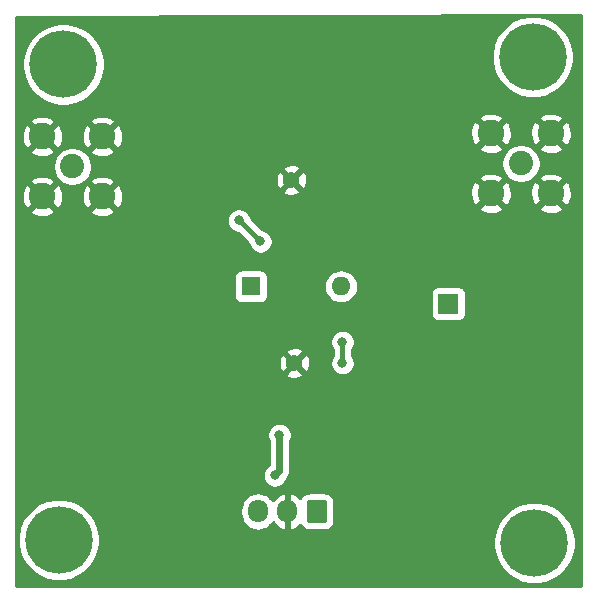
<source format=gbr>
G04 #@! TF.GenerationSoftware,KiCad,Pcbnew,(5.1.2)-2*
G04 #@! TF.CreationDate,2019-07-11T10:47:11+08:00*
G04 #@! TF.ProjectId,HMC346AMS8GE,484d4333-3436-4414-9d53-3847452e6b69,rev?*
G04 #@! TF.SameCoordinates,Original*
G04 #@! TF.FileFunction,Copper,L2,Bot*
G04 #@! TF.FilePolarity,Positive*
%FSLAX46Y46*%
G04 Gerber Fmt 4.6, Leading zero omitted, Abs format (unit mm)*
G04 Created by KiCad (PCBNEW (5.1.2)-2) date 2019-07-11 10:47:11*
%MOMM*%
%LPD*%
G04 APERTURE LIST*
%ADD10C,1.400000*%
%ADD11C,5.700000*%
%ADD12C,2.250000*%
%ADD13C,2.050000*%
%ADD14R,1.600000X1.600000*%
%ADD15O,1.600000X1.600000*%
%ADD16R,1.700000X1.700000*%
%ADD17C,0.100000*%
%ADD18C,1.700000*%
%ADD19O,1.700000X1.950000*%
%ADD20C,0.400000*%
%ADD21C,0.800000*%
%ADD22C,0.400000*%
%ADD23C,0.558800*%
%ADD24C,0.254000*%
G04 APERTURE END LIST*
D10*
X143256000Y-88265000D03*
X143510000Y-103759000D03*
D11*
X123571000Y-118745000D03*
X163830000Y-118999000D03*
X163703000Y-77851000D03*
X123952000Y-78486000D03*
D12*
X122174000Y-89662000D03*
X122174000Y-84582000D03*
X127254000Y-84582000D03*
X127254000Y-89662000D03*
D13*
X124714000Y-87122000D03*
D14*
X139827000Y-97282000D03*
D15*
X147447000Y-97282000D03*
D13*
X162687000Y-86868000D03*
D12*
X165227000Y-89408000D03*
X165227000Y-84328000D03*
X160147000Y-84328000D03*
X160147000Y-89408000D03*
D16*
X156527500Y-98742500D03*
D17*
G36*
X146039504Y-115358204D02*
G01*
X146063773Y-115361804D01*
X146087571Y-115367765D01*
X146110671Y-115376030D01*
X146132849Y-115386520D01*
X146153893Y-115399133D01*
X146173598Y-115413747D01*
X146191777Y-115430223D01*
X146208253Y-115448402D01*
X146222867Y-115468107D01*
X146235480Y-115489151D01*
X146245970Y-115511329D01*
X146254235Y-115534429D01*
X146260196Y-115558227D01*
X146263796Y-115582496D01*
X146265000Y-115607000D01*
X146265000Y-117057000D01*
X146263796Y-117081504D01*
X146260196Y-117105773D01*
X146254235Y-117129571D01*
X146245970Y-117152671D01*
X146235480Y-117174849D01*
X146222867Y-117195893D01*
X146208253Y-117215598D01*
X146191777Y-117233777D01*
X146173598Y-117250253D01*
X146153893Y-117264867D01*
X146132849Y-117277480D01*
X146110671Y-117287970D01*
X146087571Y-117296235D01*
X146063773Y-117302196D01*
X146039504Y-117305796D01*
X146015000Y-117307000D01*
X144815000Y-117307000D01*
X144790496Y-117305796D01*
X144766227Y-117302196D01*
X144742429Y-117296235D01*
X144719329Y-117287970D01*
X144697151Y-117277480D01*
X144676107Y-117264867D01*
X144656402Y-117250253D01*
X144638223Y-117233777D01*
X144621747Y-117215598D01*
X144607133Y-117195893D01*
X144594520Y-117174849D01*
X144584030Y-117152671D01*
X144575765Y-117129571D01*
X144569804Y-117105773D01*
X144566204Y-117081504D01*
X144565000Y-117057000D01*
X144565000Y-115607000D01*
X144566204Y-115582496D01*
X144569804Y-115558227D01*
X144575765Y-115534429D01*
X144584030Y-115511329D01*
X144594520Y-115489151D01*
X144607133Y-115468107D01*
X144621747Y-115448402D01*
X144638223Y-115430223D01*
X144656402Y-115413747D01*
X144676107Y-115399133D01*
X144697151Y-115386520D01*
X144719329Y-115376030D01*
X144742429Y-115367765D01*
X144766227Y-115361804D01*
X144790496Y-115358204D01*
X144815000Y-115357000D01*
X146015000Y-115357000D01*
X146039504Y-115358204D01*
X146039504Y-115358204D01*
G37*
D18*
X145415000Y-116332000D03*
D19*
X142915000Y-116332000D03*
X140415000Y-116332000D03*
D20*
X121920000Y-91694000D03*
X122936000Y-91694000D03*
X124079000Y-91694000D03*
X124968000Y-91694000D03*
X125984000Y-91821000D03*
X127254000Y-91821000D03*
X121285000Y-82423000D03*
X122301000Y-82423000D03*
X123190000Y-82423000D03*
X124206000Y-82423000D03*
X125730000Y-82423000D03*
X126619000Y-82423000D03*
X127635000Y-82423000D03*
X129286000Y-83058000D03*
X129667000Y-84074000D03*
X129794000Y-84963000D03*
X129794000Y-85725000D03*
X129794000Y-88519000D03*
X129667000Y-89662000D03*
X129794000Y-90678000D03*
X128905000Y-91567000D03*
X130683000Y-88519000D03*
X131826000Y-88519000D03*
X132842000Y-88519000D03*
X130429000Y-85725000D03*
X131445000Y-85725000D03*
X132461000Y-85725000D03*
X133858000Y-85725000D03*
X134874000Y-85725000D03*
X136271000Y-85725000D03*
X137287000Y-85725000D03*
X138176000Y-85725000D03*
X139319000Y-85725000D03*
X140716000Y-85725000D03*
X141859000Y-85725000D03*
X142875000Y-85852000D03*
X143891000Y-85725000D03*
X144907000Y-85725000D03*
X146177000Y-85598000D03*
X147320000Y-85471000D03*
X148336000Y-85471000D03*
X150622000Y-85598000D03*
X149352000Y-85598000D03*
X151638000Y-85598000D03*
X153035000Y-85598000D03*
X154305000Y-85598000D03*
X155067000Y-85598000D03*
X155702000Y-85598000D03*
X156845000Y-85598000D03*
X157861000Y-85471000D03*
X157734000Y-84709000D03*
X157861000Y-83947000D03*
X158115000Y-83058000D03*
X159385000Y-82296000D03*
X160528000Y-82296000D03*
X161544000Y-82296000D03*
X162560000Y-82296000D03*
X163957000Y-82169000D03*
X165100000Y-82296000D03*
X157988000Y-88138000D03*
X157734000Y-89408000D03*
X158115000Y-90297000D03*
X158877000Y-91313000D03*
X160020000Y-91567000D03*
X161163000Y-91440000D03*
X162052000Y-91567000D03*
X162941000Y-91567000D03*
X164338000Y-91567000D03*
X165735000Y-91567000D03*
X150114000Y-88392000D03*
X150876000Y-88519000D03*
X151765000Y-88519000D03*
X152781000Y-88646000D03*
X153670000Y-88646000D03*
X154686000Y-88646000D03*
X155829000Y-88646000D03*
X156464000Y-88392000D03*
X157226000Y-88392000D03*
X133858000Y-88519000D03*
X135001000Y-88519000D03*
X136017000Y-88519000D03*
X137160000Y-88392000D03*
X138176000Y-88265000D03*
X139136000Y-87813000D03*
X137668000Y-89154000D03*
X137287000Y-90551000D03*
X137287000Y-91821000D03*
X137414000Y-93472000D03*
X137414000Y-95377000D03*
X137668000Y-97409000D03*
X141859000Y-90551000D03*
X143002000Y-90424000D03*
X144526000Y-90424000D03*
X145542000Y-90551000D03*
X146431000Y-90424000D03*
X147320000Y-90678000D03*
X148209000Y-91186000D03*
X149225000Y-91821000D03*
X149733000Y-92583000D03*
X150495000Y-93472000D03*
X151130000Y-94234000D03*
X152273000Y-95377000D03*
X152908000Y-96139000D03*
X153797000Y-97028000D03*
X154940000Y-97536000D03*
X150622000Y-90043000D03*
X151384000Y-90805000D03*
X152400000Y-91694000D03*
X153416000Y-92456000D03*
X154432000Y-93599000D03*
X155067000Y-94488000D03*
X156083000Y-95377000D03*
X157099000Y-96266000D03*
X134112000Y-100076000D03*
X132207000Y-101346000D03*
X130683000Y-102616000D03*
X129921000Y-104394000D03*
X129540000Y-106045000D03*
X129159000Y-108204000D03*
X130175000Y-109220000D03*
X131953000Y-108839000D03*
X133477000Y-108839000D03*
X134112000Y-110109000D03*
X135001000Y-110871000D03*
X135763000Y-112014000D03*
X135890000Y-114427000D03*
X136398000Y-116078000D03*
X139065000Y-106807000D03*
X139192000Y-109347000D03*
X139192000Y-111760000D03*
X139065000Y-114173000D03*
X140589000Y-106934000D03*
X140589000Y-108839000D03*
X140589000Y-111125000D03*
X140335000Y-113284000D03*
X143764000Y-107696000D03*
X145161000Y-107823000D03*
X145923000Y-107823000D03*
X143510000Y-109601000D03*
X144653000Y-109474000D03*
X146431000Y-109347000D03*
X143675750Y-111290750D03*
X145034000Y-111125000D03*
X146939000Y-111125000D03*
X144907000Y-112903000D03*
X143764000Y-112776000D03*
X146431000Y-112522000D03*
X150241000Y-102616000D03*
X151257000Y-104140000D03*
X152146000Y-105918000D03*
X151892000Y-107950000D03*
X151892000Y-110490000D03*
X151384000Y-112522000D03*
X150495000Y-114046000D03*
X148463000Y-115697000D03*
X147193000Y-116586000D03*
X145923000Y-93472000D03*
X147955000Y-94869000D03*
X148717000Y-95631000D03*
X149225000Y-96901000D03*
X149733000Y-99822000D03*
X149352000Y-98806000D03*
X149479000Y-100838000D03*
X141605000Y-95250000D03*
X142621000Y-95250000D03*
X143637000Y-95250000D03*
X141605000Y-96774000D03*
X142621000Y-96774000D03*
X143764000Y-96774000D03*
X141605000Y-98171000D03*
X142748000Y-98044000D03*
X143764000Y-98171000D03*
X141478000Y-99441000D03*
X142875000Y-99314000D03*
X143764000Y-99441000D03*
X144907000Y-96774000D03*
X145034000Y-98044000D03*
X144907000Y-99314000D03*
X146177000Y-99441000D03*
D21*
X138811000Y-91694000D03*
X140627000Y-93472000D03*
X142240000Y-109855000D03*
X141859000Y-113284000D03*
X147574000Y-101981000D03*
X147574000Y-103783000D03*
D22*
X138811000Y-91694000D02*
X138849000Y-91694000D01*
X138849000Y-91694000D02*
X140627000Y-93472000D01*
D23*
X142240000Y-109855000D02*
X142240000Y-112903000D01*
X142240000Y-112903000D02*
X141859000Y-113284000D01*
D22*
X147574000Y-101981000D02*
X147574000Y-103783000D01*
D24*
G36*
X167742000Y-122657000D02*
G01*
X119913000Y-122657000D01*
X119913000Y-118401758D01*
X120086000Y-118401758D01*
X120086000Y-119088242D01*
X120219927Y-119761537D01*
X120482633Y-120395766D01*
X120864024Y-120966558D01*
X121349442Y-121451976D01*
X121920234Y-121833367D01*
X122554463Y-122096073D01*
X123227758Y-122230000D01*
X123914242Y-122230000D01*
X124587537Y-122096073D01*
X125221766Y-121833367D01*
X125792558Y-121451976D01*
X126277976Y-120966558D01*
X126659367Y-120395766D01*
X126922073Y-119761537D01*
X127056000Y-119088242D01*
X127056000Y-118655758D01*
X160345000Y-118655758D01*
X160345000Y-119342242D01*
X160478927Y-120015537D01*
X160741633Y-120649766D01*
X161123024Y-121220558D01*
X161608442Y-121705976D01*
X162179234Y-122087367D01*
X162813463Y-122350073D01*
X163486758Y-122484000D01*
X164173242Y-122484000D01*
X164846537Y-122350073D01*
X165480766Y-122087367D01*
X166051558Y-121705976D01*
X166536976Y-121220558D01*
X166918367Y-120649766D01*
X167181073Y-120015537D01*
X167315000Y-119342242D01*
X167315000Y-118655758D01*
X167181073Y-117982463D01*
X166918367Y-117348234D01*
X166536976Y-116777442D01*
X166051558Y-116292024D01*
X165480766Y-115910633D01*
X164846537Y-115647927D01*
X164173242Y-115514000D01*
X163486758Y-115514000D01*
X162813463Y-115647927D01*
X162179234Y-115910633D01*
X161608442Y-116292024D01*
X161123024Y-116777442D01*
X160741633Y-117348234D01*
X160478927Y-117982463D01*
X160345000Y-118655758D01*
X127056000Y-118655758D01*
X127056000Y-118401758D01*
X126922073Y-117728463D01*
X126659367Y-117094234D01*
X126277976Y-116523442D01*
X125888584Y-116134050D01*
X138930000Y-116134050D01*
X138930000Y-116529949D01*
X138951487Y-116748110D01*
X139036401Y-117028033D01*
X139174294Y-117286013D01*
X139359866Y-117512134D01*
X139585986Y-117697706D01*
X139843966Y-117835599D01*
X140123889Y-117920513D01*
X140415000Y-117949185D01*
X140706110Y-117920513D01*
X140986033Y-117835599D01*
X141244013Y-117697706D01*
X141470134Y-117512134D01*
X141655706Y-117286014D01*
X141669462Y-117260278D01*
X141825951Y-117466429D01*
X142043807Y-117659496D01*
X142295142Y-117806352D01*
X142558110Y-117898476D01*
X142788000Y-117777155D01*
X142788000Y-116459000D01*
X142768000Y-116459000D01*
X142768000Y-116205000D01*
X142788000Y-116205000D01*
X142788000Y-114886845D01*
X143042000Y-114886845D01*
X143042000Y-116205000D01*
X143062000Y-116205000D01*
X143062000Y-116459000D01*
X143042000Y-116459000D01*
X143042000Y-117777155D01*
X143271890Y-117898476D01*
X143534858Y-117806352D01*
X143786193Y-117659496D01*
X144004049Y-117466429D01*
X144020286Y-117445039D01*
X144076595Y-117550386D01*
X144187038Y-117684962D01*
X144321614Y-117795405D01*
X144475150Y-117877472D01*
X144641746Y-117928008D01*
X144815000Y-117945072D01*
X146015000Y-117945072D01*
X146188254Y-117928008D01*
X146354850Y-117877472D01*
X146508386Y-117795405D01*
X146642962Y-117684962D01*
X146753405Y-117550386D01*
X146835472Y-117396850D01*
X146886008Y-117230254D01*
X146903072Y-117057000D01*
X146903072Y-115607000D01*
X146886008Y-115433746D01*
X146835472Y-115267150D01*
X146753405Y-115113614D01*
X146642962Y-114979038D01*
X146508386Y-114868595D01*
X146354850Y-114786528D01*
X146188254Y-114735992D01*
X146015000Y-114718928D01*
X144815000Y-114718928D01*
X144641746Y-114735992D01*
X144475150Y-114786528D01*
X144321614Y-114868595D01*
X144187038Y-114979038D01*
X144076595Y-115113614D01*
X144020286Y-115218961D01*
X144004049Y-115197571D01*
X143786193Y-115004504D01*
X143534858Y-114857648D01*
X143271890Y-114765524D01*
X143042000Y-114886845D01*
X142788000Y-114886845D01*
X142558110Y-114765524D01*
X142295142Y-114857648D01*
X142043807Y-115004504D01*
X141825951Y-115197571D01*
X141669462Y-115403722D01*
X141655706Y-115377986D01*
X141470134Y-115151866D01*
X141244014Y-114966294D01*
X140986034Y-114828401D01*
X140706111Y-114743487D01*
X140415000Y-114714815D01*
X140123890Y-114743487D01*
X139843967Y-114828401D01*
X139585987Y-114966294D01*
X139359866Y-115151866D01*
X139174294Y-115377986D01*
X139036401Y-115635966D01*
X138951487Y-115915889D01*
X138930000Y-116134050D01*
X125888584Y-116134050D01*
X125792558Y-116038024D01*
X125221766Y-115656633D01*
X124587537Y-115393927D01*
X123914242Y-115260000D01*
X123227758Y-115260000D01*
X122554463Y-115393927D01*
X121920234Y-115656633D01*
X121349442Y-116038024D01*
X120864024Y-116523442D01*
X120482633Y-117094234D01*
X120219927Y-117728463D01*
X120086000Y-118401758D01*
X119913000Y-118401758D01*
X119913000Y-113182061D01*
X140824000Y-113182061D01*
X140824000Y-113385939D01*
X140863774Y-113585898D01*
X140941795Y-113774256D01*
X141055063Y-113943774D01*
X141199226Y-114087937D01*
X141368744Y-114201205D01*
X141557102Y-114279226D01*
X141757061Y-114319000D01*
X141960939Y-114319000D01*
X142160898Y-114279226D01*
X142349256Y-114201205D01*
X142518774Y-114087937D01*
X142662937Y-113943774D01*
X142776205Y-113774256D01*
X142854226Y-113585898D01*
X142855194Y-113581031D01*
X142889707Y-113552707D01*
X143003974Y-113413471D01*
X143088883Y-113254619D01*
X143141169Y-113082254D01*
X143154400Y-112947918D01*
X143154400Y-112947916D01*
X143158824Y-112903001D01*
X143154400Y-112858086D01*
X143154400Y-110349454D01*
X143157205Y-110345256D01*
X143235226Y-110156898D01*
X143275000Y-109956939D01*
X143275000Y-109753061D01*
X143235226Y-109553102D01*
X143157205Y-109364744D01*
X143043937Y-109195226D01*
X142899774Y-109051063D01*
X142730256Y-108937795D01*
X142541898Y-108859774D01*
X142341939Y-108820000D01*
X142138061Y-108820000D01*
X141938102Y-108859774D01*
X141749744Y-108937795D01*
X141580226Y-109051063D01*
X141436063Y-109195226D01*
X141322795Y-109364744D01*
X141244774Y-109553102D01*
X141205000Y-109753061D01*
X141205000Y-109956939D01*
X141244774Y-110156898D01*
X141322795Y-110345256D01*
X141325600Y-110349454D01*
X141325601Y-112395622D01*
X141199226Y-112480063D01*
X141055063Y-112624226D01*
X140941795Y-112793744D01*
X140863774Y-112982102D01*
X140824000Y-113182061D01*
X119913000Y-113182061D01*
X119913000Y-104680269D01*
X142768336Y-104680269D01*
X142827797Y-104914037D01*
X143066242Y-105024934D01*
X143321740Y-105087183D01*
X143584473Y-105098390D01*
X143844344Y-105058125D01*
X144091366Y-104967935D01*
X144192203Y-104914037D01*
X144251664Y-104680269D01*
X143510000Y-103938605D01*
X142768336Y-104680269D01*
X119913000Y-104680269D01*
X119913000Y-103833473D01*
X142170610Y-103833473D01*
X142210875Y-104093344D01*
X142301065Y-104340366D01*
X142354963Y-104441203D01*
X142588731Y-104500664D01*
X143330395Y-103759000D01*
X143689605Y-103759000D01*
X144431269Y-104500664D01*
X144665037Y-104441203D01*
X144775934Y-104202758D01*
X144838183Y-103947260D01*
X144849390Y-103684527D01*
X144809125Y-103424656D01*
X144718935Y-103177634D01*
X144665037Y-103076797D01*
X144431269Y-103017336D01*
X143689605Y-103759000D01*
X143330395Y-103759000D01*
X142588731Y-103017336D01*
X142354963Y-103076797D01*
X142244066Y-103315242D01*
X142181817Y-103570740D01*
X142170610Y-103833473D01*
X119913000Y-103833473D01*
X119913000Y-102837731D01*
X142768336Y-102837731D01*
X143510000Y-103579395D01*
X144251664Y-102837731D01*
X144192203Y-102603963D01*
X143953758Y-102493066D01*
X143698260Y-102430817D01*
X143435527Y-102419610D01*
X143175656Y-102459875D01*
X142928634Y-102550065D01*
X142827797Y-102603963D01*
X142768336Y-102837731D01*
X119913000Y-102837731D01*
X119913000Y-101879061D01*
X146539000Y-101879061D01*
X146539000Y-102082939D01*
X146578774Y-102282898D01*
X146656795Y-102471256D01*
X146739000Y-102594285D01*
X146739001Y-103169714D01*
X146656795Y-103292744D01*
X146578774Y-103481102D01*
X146539000Y-103681061D01*
X146539000Y-103884939D01*
X146578774Y-104084898D01*
X146656795Y-104273256D01*
X146770063Y-104442774D01*
X146914226Y-104586937D01*
X147083744Y-104700205D01*
X147272102Y-104778226D01*
X147472061Y-104818000D01*
X147675939Y-104818000D01*
X147875898Y-104778226D01*
X148064256Y-104700205D01*
X148233774Y-104586937D01*
X148377937Y-104442774D01*
X148491205Y-104273256D01*
X148569226Y-104084898D01*
X148609000Y-103884939D01*
X148609000Y-103681061D01*
X148569226Y-103481102D01*
X148491205Y-103292744D01*
X148409000Y-103169715D01*
X148409000Y-102594285D01*
X148491205Y-102471256D01*
X148569226Y-102282898D01*
X148609000Y-102082939D01*
X148609000Y-101879061D01*
X148569226Y-101679102D01*
X148491205Y-101490744D01*
X148377937Y-101321226D01*
X148233774Y-101177063D01*
X148064256Y-101063795D01*
X147875898Y-100985774D01*
X147675939Y-100946000D01*
X147472061Y-100946000D01*
X147272102Y-100985774D01*
X147083744Y-101063795D01*
X146914226Y-101177063D01*
X146770063Y-101321226D01*
X146656795Y-101490744D01*
X146578774Y-101679102D01*
X146539000Y-101879061D01*
X119913000Y-101879061D01*
X119913000Y-96482000D01*
X138388928Y-96482000D01*
X138388928Y-98082000D01*
X138401188Y-98206482D01*
X138437498Y-98326180D01*
X138496463Y-98436494D01*
X138575815Y-98533185D01*
X138672506Y-98612537D01*
X138782820Y-98671502D01*
X138902518Y-98707812D01*
X139027000Y-98720072D01*
X140627000Y-98720072D01*
X140751482Y-98707812D01*
X140871180Y-98671502D01*
X140981494Y-98612537D01*
X141078185Y-98533185D01*
X141157537Y-98436494D01*
X141216502Y-98326180D01*
X141252812Y-98206482D01*
X141265072Y-98082000D01*
X141265072Y-97282000D01*
X146005057Y-97282000D01*
X146032764Y-97563309D01*
X146114818Y-97833808D01*
X146248068Y-98083101D01*
X146427392Y-98301608D01*
X146645899Y-98480932D01*
X146895192Y-98614182D01*
X147165691Y-98696236D01*
X147376508Y-98717000D01*
X147517492Y-98717000D01*
X147728309Y-98696236D01*
X147998808Y-98614182D01*
X148248101Y-98480932D01*
X148466608Y-98301608D01*
X148645932Y-98083101D01*
X148747810Y-97892500D01*
X155039428Y-97892500D01*
X155039428Y-99592500D01*
X155051688Y-99716982D01*
X155087998Y-99836680D01*
X155146963Y-99946994D01*
X155226315Y-100043685D01*
X155323006Y-100123037D01*
X155433320Y-100182002D01*
X155553018Y-100218312D01*
X155677500Y-100230572D01*
X157377500Y-100230572D01*
X157501982Y-100218312D01*
X157621680Y-100182002D01*
X157731994Y-100123037D01*
X157828685Y-100043685D01*
X157908037Y-99946994D01*
X157967002Y-99836680D01*
X158003312Y-99716982D01*
X158015572Y-99592500D01*
X158015572Y-97892500D01*
X158003312Y-97768018D01*
X157967002Y-97648320D01*
X157908037Y-97538006D01*
X157828685Y-97441315D01*
X157731994Y-97361963D01*
X157621680Y-97302998D01*
X157501982Y-97266688D01*
X157377500Y-97254428D01*
X155677500Y-97254428D01*
X155553018Y-97266688D01*
X155433320Y-97302998D01*
X155323006Y-97361963D01*
X155226315Y-97441315D01*
X155146963Y-97538006D01*
X155087998Y-97648320D01*
X155051688Y-97768018D01*
X155039428Y-97892500D01*
X148747810Y-97892500D01*
X148779182Y-97833808D01*
X148861236Y-97563309D01*
X148888943Y-97282000D01*
X148861236Y-97000691D01*
X148779182Y-96730192D01*
X148645932Y-96480899D01*
X148466608Y-96262392D01*
X148248101Y-96083068D01*
X147998808Y-95949818D01*
X147728309Y-95867764D01*
X147517492Y-95847000D01*
X147376508Y-95847000D01*
X147165691Y-95867764D01*
X146895192Y-95949818D01*
X146645899Y-96083068D01*
X146427392Y-96262392D01*
X146248068Y-96480899D01*
X146114818Y-96730192D01*
X146032764Y-97000691D01*
X146005057Y-97282000D01*
X141265072Y-97282000D01*
X141265072Y-96482000D01*
X141252812Y-96357518D01*
X141216502Y-96237820D01*
X141157537Y-96127506D01*
X141078185Y-96030815D01*
X140981494Y-95951463D01*
X140871180Y-95892498D01*
X140751482Y-95856188D01*
X140627000Y-95843928D01*
X139027000Y-95843928D01*
X138902518Y-95856188D01*
X138782820Y-95892498D01*
X138672506Y-95951463D01*
X138575815Y-96030815D01*
X138496463Y-96127506D01*
X138437498Y-96237820D01*
X138401188Y-96357518D01*
X138388928Y-96482000D01*
X119913000Y-96482000D01*
X119913000Y-91592061D01*
X137776000Y-91592061D01*
X137776000Y-91795939D01*
X137815774Y-91995898D01*
X137893795Y-92184256D01*
X138007063Y-92353774D01*
X138151226Y-92497937D01*
X138320744Y-92611205D01*
X138509102Y-92689226D01*
X138701660Y-92727528D01*
X139602908Y-93628776D01*
X139631774Y-93773898D01*
X139709795Y-93962256D01*
X139823063Y-94131774D01*
X139967226Y-94275937D01*
X140136744Y-94389205D01*
X140325102Y-94467226D01*
X140525061Y-94507000D01*
X140728939Y-94507000D01*
X140928898Y-94467226D01*
X141117256Y-94389205D01*
X141286774Y-94275937D01*
X141430937Y-94131774D01*
X141544205Y-93962256D01*
X141622226Y-93773898D01*
X141662000Y-93573939D01*
X141662000Y-93370061D01*
X141622226Y-93170102D01*
X141544205Y-92981744D01*
X141430937Y-92812226D01*
X141286774Y-92668063D01*
X141117256Y-92554795D01*
X140928898Y-92476774D01*
X140783776Y-92447908D01*
X139825657Y-91489790D01*
X139806226Y-91392102D01*
X139728205Y-91203744D01*
X139614937Y-91034226D01*
X139470774Y-90890063D01*
X139301256Y-90776795D01*
X139112898Y-90698774D01*
X138912939Y-90659000D01*
X138709061Y-90659000D01*
X138509102Y-90698774D01*
X138320744Y-90776795D01*
X138151226Y-90890063D01*
X138007063Y-91034226D01*
X137893795Y-91203744D01*
X137815774Y-91392102D01*
X137776000Y-91592061D01*
X119913000Y-91592061D01*
X119913000Y-90886531D01*
X121129074Y-90886531D01*
X121239921Y-91163714D01*
X121550840Y-91317089D01*
X121885705Y-91406860D01*
X122231650Y-91429576D01*
X122575380Y-91384366D01*
X122903685Y-91272966D01*
X123108079Y-91163714D01*
X123218926Y-90886531D01*
X126209074Y-90886531D01*
X126319921Y-91163714D01*
X126630840Y-91317089D01*
X126965705Y-91406860D01*
X127311650Y-91429576D01*
X127655380Y-91384366D01*
X127983685Y-91272966D01*
X128188079Y-91163714D01*
X128298926Y-90886531D01*
X127254000Y-89841605D01*
X126209074Y-90886531D01*
X123218926Y-90886531D01*
X122174000Y-89841605D01*
X121129074Y-90886531D01*
X119913000Y-90886531D01*
X119913000Y-89719650D01*
X120406424Y-89719650D01*
X120451634Y-90063380D01*
X120563034Y-90391685D01*
X120672286Y-90596079D01*
X120949469Y-90706926D01*
X121994395Y-89662000D01*
X122353605Y-89662000D01*
X123398531Y-90706926D01*
X123675714Y-90596079D01*
X123829089Y-90285160D01*
X123918860Y-89950295D01*
X123934004Y-89719650D01*
X125486424Y-89719650D01*
X125531634Y-90063380D01*
X125643034Y-90391685D01*
X125752286Y-90596079D01*
X126029469Y-90706926D01*
X127074395Y-89662000D01*
X127433605Y-89662000D01*
X128478531Y-90706926D01*
X128664562Y-90632531D01*
X159102074Y-90632531D01*
X159212921Y-90909714D01*
X159523840Y-91063089D01*
X159858705Y-91152860D01*
X160204650Y-91175576D01*
X160548380Y-91130366D01*
X160876685Y-91018966D01*
X161081079Y-90909714D01*
X161191926Y-90632531D01*
X164182074Y-90632531D01*
X164292921Y-90909714D01*
X164603840Y-91063089D01*
X164938705Y-91152860D01*
X165284650Y-91175576D01*
X165628380Y-91130366D01*
X165956685Y-91018966D01*
X166161079Y-90909714D01*
X166271926Y-90632531D01*
X165227000Y-89587605D01*
X164182074Y-90632531D01*
X161191926Y-90632531D01*
X160147000Y-89587605D01*
X159102074Y-90632531D01*
X128664562Y-90632531D01*
X128755714Y-90596079D01*
X128909089Y-90285160D01*
X128998860Y-89950295D01*
X129021576Y-89604350D01*
X128976366Y-89260620D01*
X128951138Y-89186269D01*
X142514336Y-89186269D01*
X142573797Y-89420037D01*
X142812242Y-89530934D01*
X143067740Y-89593183D01*
X143330473Y-89604390D01*
X143590344Y-89564125D01*
X143837366Y-89473935D01*
X143852866Y-89465650D01*
X158379424Y-89465650D01*
X158424634Y-89809380D01*
X158536034Y-90137685D01*
X158645286Y-90342079D01*
X158922469Y-90452926D01*
X159967395Y-89408000D01*
X160326605Y-89408000D01*
X161371531Y-90452926D01*
X161648714Y-90342079D01*
X161802089Y-90031160D01*
X161891860Y-89696295D01*
X161907004Y-89465650D01*
X163459424Y-89465650D01*
X163504634Y-89809380D01*
X163616034Y-90137685D01*
X163725286Y-90342079D01*
X164002469Y-90452926D01*
X165047395Y-89408000D01*
X165406605Y-89408000D01*
X166451531Y-90452926D01*
X166728714Y-90342079D01*
X166882089Y-90031160D01*
X166971860Y-89696295D01*
X166994576Y-89350350D01*
X166949366Y-89006620D01*
X166837966Y-88678315D01*
X166728714Y-88473921D01*
X166451531Y-88363074D01*
X165406605Y-89408000D01*
X165047395Y-89408000D01*
X164002469Y-88363074D01*
X163725286Y-88473921D01*
X163571911Y-88784840D01*
X163482140Y-89119705D01*
X163459424Y-89465650D01*
X161907004Y-89465650D01*
X161914576Y-89350350D01*
X161869366Y-89006620D01*
X161757966Y-88678315D01*
X161648714Y-88473921D01*
X161371531Y-88363074D01*
X160326605Y-89408000D01*
X159967395Y-89408000D01*
X158922469Y-88363074D01*
X158645286Y-88473921D01*
X158491911Y-88784840D01*
X158402140Y-89119705D01*
X158379424Y-89465650D01*
X143852866Y-89465650D01*
X143938203Y-89420037D01*
X143997664Y-89186269D01*
X143256000Y-88444605D01*
X142514336Y-89186269D01*
X128951138Y-89186269D01*
X128864966Y-88932315D01*
X128755714Y-88727921D01*
X128478531Y-88617074D01*
X127433605Y-89662000D01*
X127074395Y-89662000D01*
X126029469Y-88617074D01*
X125752286Y-88727921D01*
X125598911Y-89038840D01*
X125509140Y-89373705D01*
X125486424Y-89719650D01*
X123934004Y-89719650D01*
X123941576Y-89604350D01*
X123896366Y-89260620D01*
X123784966Y-88932315D01*
X123675714Y-88727921D01*
X123398531Y-88617074D01*
X122353605Y-89662000D01*
X121994395Y-89662000D01*
X120949469Y-88617074D01*
X120672286Y-88727921D01*
X120518911Y-89038840D01*
X120429140Y-89373705D01*
X120406424Y-89719650D01*
X119913000Y-89719650D01*
X119913000Y-88437469D01*
X121129074Y-88437469D01*
X122174000Y-89482395D01*
X123218926Y-88437469D01*
X123108079Y-88160286D01*
X122797160Y-88006911D01*
X122462295Y-87917140D01*
X122116350Y-87894424D01*
X121772620Y-87939634D01*
X121444315Y-88051034D01*
X121239921Y-88160286D01*
X121129074Y-88437469D01*
X119913000Y-88437469D01*
X119913000Y-86958504D01*
X123054000Y-86958504D01*
X123054000Y-87285496D01*
X123117793Y-87606204D01*
X123242927Y-87908305D01*
X123424594Y-88180188D01*
X123655812Y-88411406D01*
X123927695Y-88593073D01*
X124229796Y-88718207D01*
X124550504Y-88782000D01*
X124877496Y-88782000D01*
X125198204Y-88718207D01*
X125500305Y-88593073D01*
X125733182Y-88437469D01*
X126209074Y-88437469D01*
X127254000Y-89482395D01*
X128298926Y-88437469D01*
X128259737Y-88339473D01*
X141916610Y-88339473D01*
X141956875Y-88599344D01*
X142047065Y-88846366D01*
X142100963Y-88947203D01*
X142334731Y-89006664D01*
X143076395Y-88265000D01*
X143435605Y-88265000D01*
X144177269Y-89006664D01*
X144411037Y-88947203D01*
X144521934Y-88708758D01*
X144584183Y-88453260D01*
X144595390Y-88190527D01*
X144594297Y-88183469D01*
X159102074Y-88183469D01*
X160147000Y-89228395D01*
X161191926Y-88183469D01*
X161081079Y-87906286D01*
X160770160Y-87752911D01*
X160435295Y-87663140D01*
X160089350Y-87640424D01*
X159745620Y-87685634D01*
X159417315Y-87797034D01*
X159212921Y-87906286D01*
X159102074Y-88183469D01*
X144594297Y-88183469D01*
X144555125Y-87930656D01*
X144464935Y-87683634D01*
X144411037Y-87582797D01*
X144177269Y-87523336D01*
X143435605Y-88265000D01*
X143076395Y-88265000D01*
X142334731Y-87523336D01*
X142100963Y-87582797D01*
X141990066Y-87821242D01*
X141927817Y-88076740D01*
X141916610Y-88339473D01*
X128259737Y-88339473D01*
X128188079Y-88160286D01*
X127877160Y-88006911D01*
X127542295Y-87917140D01*
X127196350Y-87894424D01*
X126852620Y-87939634D01*
X126524315Y-88051034D01*
X126319921Y-88160286D01*
X126209074Y-88437469D01*
X125733182Y-88437469D01*
X125772188Y-88411406D01*
X126003406Y-88180188D01*
X126185073Y-87908305D01*
X126310207Y-87606204D01*
X126362416Y-87343731D01*
X142514336Y-87343731D01*
X143256000Y-88085395D01*
X143997664Y-87343731D01*
X143938203Y-87109963D01*
X143699758Y-86999066D01*
X143444260Y-86936817D01*
X143181527Y-86925610D01*
X142921656Y-86965875D01*
X142674634Y-87056065D01*
X142573797Y-87109963D01*
X142514336Y-87343731D01*
X126362416Y-87343731D01*
X126374000Y-87285496D01*
X126374000Y-86958504D01*
X126323477Y-86704504D01*
X161027000Y-86704504D01*
X161027000Y-87031496D01*
X161090793Y-87352204D01*
X161215927Y-87654305D01*
X161397594Y-87926188D01*
X161628812Y-88157406D01*
X161900695Y-88339073D01*
X162202796Y-88464207D01*
X162523504Y-88528000D01*
X162850496Y-88528000D01*
X163171204Y-88464207D01*
X163473305Y-88339073D01*
X163706182Y-88183469D01*
X164182074Y-88183469D01*
X165227000Y-89228395D01*
X166271926Y-88183469D01*
X166161079Y-87906286D01*
X165850160Y-87752911D01*
X165515295Y-87663140D01*
X165169350Y-87640424D01*
X164825620Y-87685634D01*
X164497315Y-87797034D01*
X164292921Y-87906286D01*
X164182074Y-88183469D01*
X163706182Y-88183469D01*
X163745188Y-88157406D01*
X163976406Y-87926188D01*
X164158073Y-87654305D01*
X164283207Y-87352204D01*
X164347000Y-87031496D01*
X164347000Y-86704504D01*
X164283207Y-86383796D01*
X164158073Y-86081695D01*
X163976406Y-85809812D01*
X163745188Y-85578594D01*
X163706183Y-85552531D01*
X164182074Y-85552531D01*
X164292921Y-85829714D01*
X164603840Y-85983089D01*
X164938705Y-86072860D01*
X165284650Y-86095576D01*
X165628380Y-86050366D01*
X165956685Y-85938966D01*
X166161079Y-85829714D01*
X166271926Y-85552531D01*
X165227000Y-84507605D01*
X164182074Y-85552531D01*
X163706183Y-85552531D01*
X163473305Y-85396927D01*
X163171204Y-85271793D01*
X162850496Y-85208000D01*
X162523504Y-85208000D01*
X162202796Y-85271793D01*
X161900695Y-85396927D01*
X161628812Y-85578594D01*
X161397594Y-85809812D01*
X161215927Y-86081695D01*
X161090793Y-86383796D01*
X161027000Y-86704504D01*
X126323477Y-86704504D01*
X126310207Y-86637796D01*
X126185073Y-86335695D01*
X126003406Y-86063812D01*
X125772188Y-85832594D01*
X125733183Y-85806531D01*
X126209074Y-85806531D01*
X126319921Y-86083714D01*
X126630840Y-86237089D01*
X126965705Y-86326860D01*
X127311650Y-86349576D01*
X127655380Y-86304366D01*
X127983685Y-86192966D01*
X128188079Y-86083714D01*
X128298926Y-85806531D01*
X127254000Y-84761605D01*
X126209074Y-85806531D01*
X125733183Y-85806531D01*
X125500305Y-85650927D01*
X125198204Y-85525793D01*
X124877496Y-85462000D01*
X124550504Y-85462000D01*
X124229796Y-85525793D01*
X123927695Y-85650927D01*
X123655812Y-85832594D01*
X123424594Y-86063812D01*
X123242927Y-86335695D01*
X123117793Y-86637796D01*
X123054000Y-86958504D01*
X119913000Y-86958504D01*
X119913000Y-85806531D01*
X121129074Y-85806531D01*
X121239921Y-86083714D01*
X121550840Y-86237089D01*
X121885705Y-86326860D01*
X122231650Y-86349576D01*
X122575380Y-86304366D01*
X122903685Y-86192966D01*
X123108079Y-86083714D01*
X123218926Y-85806531D01*
X122174000Y-84761605D01*
X121129074Y-85806531D01*
X119913000Y-85806531D01*
X119913000Y-84639650D01*
X120406424Y-84639650D01*
X120451634Y-84983380D01*
X120563034Y-85311685D01*
X120672286Y-85516079D01*
X120949469Y-85626926D01*
X121994395Y-84582000D01*
X122353605Y-84582000D01*
X123398531Y-85626926D01*
X123675714Y-85516079D01*
X123829089Y-85205160D01*
X123918860Y-84870295D01*
X123934004Y-84639650D01*
X125486424Y-84639650D01*
X125531634Y-84983380D01*
X125643034Y-85311685D01*
X125752286Y-85516079D01*
X126029469Y-85626926D01*
X127074395Y-84582000D01*
X127433605Y-84582000D01*
X128478531Y-85626926D01*
X128664562Y-85552531D01*
X159102074Y-85552531D01*
X159212921Y-85829714D01*
X159523840Y-85983089D01*
X159858705Y-86072860D01*
X160204650Y-86095576D01*
X160548380Y-86050366D01*
X160876685Y-85938966D01*
X161081079Y-85829714D01*
X161191926Y-85552531D01*
X160147000Y-84507605D01*
X159102074Y-85552531D01*
X128664562Y-85552531D01*
X128755714Y-85516079D01*
X128909089Y-85205160D01*
X128998860Y-84870295D01*
X129021576Y-84524350D01*
X129003334Y-84385650D01*
X158379424Y-84385650D01*
X158424634Y-84729380D01*
X158536034Y-85057685D01*
X158645286Y-85262079D01*
X158922469Y-85372926D01*
X159967395Y-84328000D01*
X160326605Y-84328000D01*
X161371531Y-85372926D01*
X161648714Y-85262079D01*
X161802089Y-84951160D01*
X161891860Y-84616295D01*
X161907004Y-84385650D01*
X163459424Y-84385650D01*
X163504634Y-84729380D01*
X163616034Y-85057685D01*
X163725286Y-85262079D01*
X164002469Y-85372926D01*
X165047395Y-84328000D01*
X165406605Y-84328000D01*
X166451531Y-85372926D01*
X166728714Y-85262079D01*
X166882089Y-84951160D01*
X166971860Y-84616295D01*
X166994576Y-84270350D01*
X166949366Y-83926620D01*
X166837966Y-83598315D01*
X166728714Y-83393921D01*
X166451531Y-83283074D01*
X165406605Y-84328000D01*
X165047395Y-84328000D01*
X164002469Y-83283074D01*
X163725286Y-83393921D01*
X163571911Y-83704840D01*
X163482140Y-84039705D01*
X163459424Y-84385650D01*
X161907004Y-84385650D01*
X161914576Y-84270350D01*
X161869366Y-83926620D01*
X161757966Y-83598315D01*
X161648714Y-83393921D01*
X161371531Y-83283074D01*
X160326605Y-84328000D01*
X159967395Y-84328000D01*
X158922469Y-83283074D01*
X158645286Y-83393921D01*
X158491911Y-83704840D01*
X158402140Y-84039705D01*
X158379424Y-84385650D01*
X129003334Y-84385650D01*
X128976366Y-84180620D01*
X128864966Y-83852315D01*
X128755714Y-83647921D01*
X128478531Y-83537074D01*
X127433605Y-84582000D01*
X127074395Y-84582000D01*
X126029469Y-83537074D01*
X125752286Y-83647921D01*
X125598911Y-83958840D01*
X125509140Y-84293705D01*
X125486424Y-84639650D01*
X123934004Y-84639650D01*
X123941576Y-84524350D01*
X123896366Y-84180620D01*
X123784966Y-83852315D01*
X123675714Y-83647921D01*
X123398531Y-83537074D01*
X122353605Y-84582000D01*
X121994395Y-84582000D01*
X120949469Y-83537074D01*
X120672286Y-83647921D01*
X120518911Y-83958840D01*
X120429140Y-84293705D01*
X120406424Y-84639650D01*
X119913000Y-84639650D01*
X119913000Y-83357469D01*
X121129074Y-83357469D01*
X122174000Y-84402395D01*
X123218926Y-83357469D01*
X126209074Y-83357469D01*
X127254000Y-84402395D01*
X128298926Y-83357469D01*
X128197351Y-83103469D01*
X159102074Y-83103469D01*
X160147000Y-84148395D01*
X161191926Y-83103469D01*
X164182074Y-83103469D01*
X165227000Y-84148395D01*
X166271926Y-83103469D01*
X166161079Y-82826286D01*
X165850160Y-82672911D01*
X165515295Y-82583140D01*
X165169350Y-82560424D01*
X164825620Y-82605634D01*
X164497315Y-82717034D01*
X164292921Y-82826286D01*
X164182074Y-83103469D01*
X161191926Y-83103469D01*
X161081079Y-82826286D01*
X160770160Y-82672911D01*
X160435295Y-82583140D01*
X160089350Y-82560424D01*
X159745620Y-82605634D01*
X159417315Y-82717034D01*
X159212921Y-82826286D01*
X159102074Y-83103469D01*
X128197351Y-83103469D01*
X128188079Y-83080286D01*
X127877160Y-82926911D01*
X127542295Y-82837140D01*
X127196350Y-82814424D01*
X126852620Y-82859634D01*
X126524315Y-82971034D01*
X126319921Y-83080286D01*
X126209074Y-83357469D01*
X123218926Y-83357469D01*
X123108079Y-83080286D01*
X122797160Y-82926911D01*
X122462295Y-82837140D01*
X122116350Y-82814424D01*
X121772620Y-82859634D01*
X121444315Y-82971034D01*
X121239921Y-83080286D01*
X121129074Y-83357469D01*
X119913000Y-83357469D01*
X119913000Y-78142758D01*
X120467000Y-78142758D01*
X120467000Y-78829242D01*
X120600927Y-79502537D01*
X120863633Y-80136766D01*
X121245024Y-80707558D01*
X121730442Y-81192976D01*
X122301234Y-81574367D01*
X122935463Y-81837073D01*
X123608758Y-81971000D01*
X124295242Y-81971000D01*
X124968537Y-81837073D01*
X125602766Y-81574367D01*
X126173558Y-81192976D01*
X126658976Y-80707558D01*
X127040367Y-80136766D01*
X127303073Y-79502537D01*
X127437000Y-78829242D01*
X127437000Y-78142758D01*
X127310691Y-77507758D01*
X160218000Y-77507758D01*
X160218000Y-78194242D01*
X160351927Y-78867537D01*
X160614633Y-79501766D01*
X160996024Y-80072558D01*
X161481442Y-80557976D01*
X162052234Y-80939367D01*
X162686463Y-81202073D01*
X163359758Y-81336000D01*
X164046242Y-81336000D01*
X164719537Y-81202073D01*
X165353766Y-80939367D01*
X165924558Y-80557976D01*
X166409976Y-80072558D01*
X166791367Y-79501766D01*
X167054073Y-78867537D01*
X167188000Y-78194242D01*
X167188000Y-77507758D01*
X167054073Y-76834463D01*
X166791367Y-76200234D01*
X166409976Y-75629442D01*
X165924558Y-75144024D01*
X165353766Y-74762633D01*
X164719537Y-74499927D01*
X164046242Y-74366000D01*
X163359758Y-74366000D01*
X162686463Y-74499927D01*
X162052234Y-74762633D01*
X161481442Y-75144024D01*
X160996024Y-75629442D01*
X160614633Y-76200234D01*
X160351927Y-76834463D01*
X160218000Y-77507758D01*
X127310691Y-77507758D01*
X127303073Y-77469463D01*
X127040367Y-76835234D01*
X126658976Y-76264442D01*
X126173558Y-75779024D01*
X125602766Y-75397633D01*
X124968537Y-75134927D01*
X124295242Y-75001000D01*
X123608758Y-75001000D01*
X122935463Y-75134927D01*
X122301234Y-75397633D01*
X121730442Y-75779024D01*
X121245024Y-76264442D01*
X120863633Y-76835234D01*
X120600927Y-77469463D01*
X120467000Y-78142758D01*
X119913000Y-78142758D01*
X119913000Y-74445296D01*
X167742001Y-74321708D01*
X167742000Y-122657000D01*
X167742000Y-122657000D01*
G37*
X167742000Y-122657000D02*
X119913000Y-122657000D01*
X119913000Y-118401758D01*
X120086000Y-118401758D01*
X120086000Y-119088242D01*
X120219927Y-119761537D01*
X120482633Y-120395766D01*
X120864024Y-120966558D01*
X121349442Y-121451976D01*
X121920234Y-121833367D01*
X122554463Y-122096073D01*
X123227758Y-122230000D01*
X123914242Y-122230000D01*
X124587537Y-122096073D01*
X125221766Y-121833367D01*
X125792558Y-121451976D01*
X126277976Y-120966558D01*
X126659367Y-120395766D01*
X126922073Y-119761537D01*
X127056000Y-119088242D01*
X127056000Y-118655758D01*
X160345000Y-118655758D01*
X160345000Y-119342242D01*
X160478927Y-120015537D01*
X160741633Y-120649766D01*
X161123024Y-121220558D01*
X161608442Y-121705976D01*
X162179234Y-122087367D01*
X162813463Y-122350073D01*
X163486758Y-122484000D01*
X164173242Y-122484000D01*
X164846537Y-122350073D01*
X165480766Y-122087367D01*
X166051558Y-121705976D01*
X166536976Y-121220558D01*
X166918367Y-120649766D01*
X167181073Y-120015537D01*
X167315000Y-119342242D01*
X167315000Y-118655758D01*
X167181073Y-117982463D01*
X166918367Y-117348234D01*
X166536976Y-116777442D01*
X166051558Y-116292024D01*
X165480766Y-115910633D01*
X164846537Y-115647927D01*
X164173242Y-115514000D01*
X163486758Y-115514000D01*
X162813463Y-115647927D01*
X162179234Y-115910633D01*
X161608442Y-116292024D01*
X161123024Y-116777442D01*
X160741633Y-117348234D01*
X160478927Y-117982463D01*
X160345000Y-118655758D01*
X127056000Y-118655758D01*
X127056000Y-118401758D01*
X126922073Y-117728463D01*
X126659367Y-117094234D01*
X126277976Y-116523442D01*
X125888584Y-116134050D01*
X138930000Y-116134050D01*
X138930000Y-116529949D01*
X138951487Y-116748110D01*
X139036401Y-117028033D01*
X139174294Y-117286013D01*
X139359866Y-117512134D01*
X139585986Y-117697706D01*
X139843966Y-117835599D01*
X140123889Y-117920513D01*
X140415000Y-117949185D01*
X140706110Y-117920513D01*
X140986033Y-117835599D01*
X141244013Y-117697706D01*
X141470134Y-117512134D01*
X141655706Y-117286014D01*
X141669462Y-117260278D01*
X141825951Y-117466429D01*
X142043807Y-117659496D01*
X142295142Y-117806352D01*
X142558110Y-117898476D01*
X142788000Y-117777155D01*
X142788000Y-116459000D01*
X142768000Y-116459000D01*
X142768000Y-116205000D01*
X142788000Y-116205000D01*
X142788000Y-114886845D01*
X143042000Y-114886845D01*
X143042000Y-116205000D01*
X143062000Y-116205000D01*
X143062000Y-116459000D01*
X143042000Y-116459000D01*
X143042000Y-117777155D01*
X143271890Y-117898476D01*
X143534858Y-117806352D01*
X143786193Y-117659496D01*
X144004049Y-117466429D01*
X144020286Y-117445039D01*
X144076595Y-117550386D01*
X144187038Y-117684962D01*
X144321614Y-117795405D01*
X144475150Y-117877472D01*
X144641746Y-117928008D01*
X144815000Y-117945072D01*
X146015000Y-117945072D01*
X146188254Y-117928008D01*
X146354850Y-117877472D01*
X146508386Y-117795405D01*
X146642962Y-117684962D01*
X146753405Y-117550386D01*
X146835472Y-117396850D01*
X146886008Y-117230254D01*
X146903072Y-117057000D01*
X146903072Y-115607000D01*
X146886008Y-115433746D01*
X146835472Y-115267150D01*
X146753405Y-115113614D01*
X146642962Y-114979038D01*
X146508386Y-114868595D01*
X146354850Y-114786528D01*
X146188254Y-114735992D01*
X146015000Y-114718928D01*
X144815000Y-114718928D01*
X144641746Y-114735992D01*
X144475150Y-114786528D01*
X144321614Y-114868595D01*
X144187038Y-114979038D01*
X144076595Y-115113614D01*
X144020286Y-115218961D01*
X144004049Y-115197571D01*
X143786193Y-115004504D01*
X143534858Y-114857648D01*
X143271890Y-114765524D01*
X143042000Y-114886845D01*
X142788000Y-114886845D01*
X142558110Y-114765524D01*
X142295142Y-114857648D01*
X142043807Y-115004504D01*
X141825951Y-115197571D01*
X141669462Y-115403722D01*
X141655706Y-115377986D01*
X141470134Y-115151866D01*
X141244014Y-114966294D01*
X140986034Y-114828401D01*
X140706111Y-114743487D01*
X140415000Y-114714815D01*
X140123890Y-114743487D01*
X139843967Y-114828401D01*
X139585987Y-114966294D01*
X139359866Y-115151866D01*
X139174294Y-115377986D01*
X139036401Y-115635966D01*
X138951487Y-115915889D01*
X138930000Y-116134050D01*
X125888584Y-116134050D01*
X125792558Y-116038024D01*
X125221766Y-115656633D01*
X124587537Y-115393927D01*
X123914242Y-115260000D01*
X123227758Y-115260000D01*
X122554463Y-115393927D01*
X121920234Y-115656633D01*
X121349442Y-116038024D01*
X120864024Y-116523442D01*
X120482633Y-117094234D01*
X120219927Y-117728463D01*
X120086000Y-118401758D01*
X119913000Y-118401758D01*
X119913000Y-113182061D01*
X140824000Y-113182061D01*
X140824000Y-113385939D01*
X140863774Y-113585898D01*
X140941795Y-113774256D01*
X141055063Y-113943774D01*
X141199226Y-114087937D01*
X141368744Y-114201205D01*
X141557102Y-114279226D01*
X141757061Y-114319000D01*
X141960939Y-114319000D01*
X142160898Y-114279226D01*
X142349256Y-114201205D01*
X142518774Y-114087937D01*
X142662937Y-113943774D01*
X142776205Y-113774256D01*
X142854226Y-113585898D01*
X142855194Y-113581031D01*
X142889707Y-113552707D01*
X143003974Y-113413471D01*
X143088883Y-113254619D01*
X143141169Y-113082254D01*
X143154400Y-112947918D01*
X143154400Y-112947916D01*
X143158824Y-112903001D01*
X143154400Y-112858086D01*
X143154400Y-110349454D01*
X143157205Y-110345256D01*
X143235226Y-110156898D01*
X143275000Y-109956939D01*
X143275000Y-109753061D01*
X143235226Y-109553102D01*
X143157205Y-109364744D01*
X143043937Y-109195226D01*
X142899774Y-109051063D01*
X142730256Y-108937795D01*
X142541898Y-108859774D01*
X142341939Y-108820000D01*
X142138061Y-108820000D01*
X141938102Y-108859774D01*
X141749744Y-108937795D01*
X141580226Y-109051063D01*
X141436063Y-109195226D01*
X141322795Y-109364744D01*
X141244774Y-109553102D01*
X141205000Y-109753061D01*
X141205000Y-109956939D01*
X141244774Y-110156898D01*
X141322795Y-110345256D01*
X141325600Y-110349454D01*
X141325601Y-112395622D01*
X141199226Y-112480063D01*
X141055063Y-112624226D01*
X140941795Y-112793744D01*
X140863774Y-112982102D01*
X140824000Y-113182061D01*
X119913000Y-113182061D01*
X119913000Y-104680269D01*
X142768336Y-104680269D01*
X142827797Y-104914037D01*
X143066242Y-105024934D01*
X143321740Y-105087183D01*
X143584473Y-105098390D01*
X143844344Y-105058125D01*
X144091366Y-104967935D01*
X144192203Y-104914037D01*
X144251664Y-104680269D01*
X143510000Y-103938605D01*
X142768336Y-104680269D01*
X119913000Y-104680269D01*
X119913000Y-103833473D01*
X142170610Y-103833473D01*
X142210875Y-104093344D01*
X142301065Y-104340366D01*
X142354963Y-104441203D01*
X142588731Y-104500664D01*
X143330395Y-103759000D01*
X143689605Y-103759000D01*
X144431269Y-104500664D01*
X144665037Y-104441203D01*
X144775934Y-104202758D01*
X144838183Y-103947260D01*
X144849390Y-103684527D01*
X144809125Y-103424656D01*
X144718935Y-103177634D01*
X144665037Y-103076797D01*
X144431269Y-103017336D01*
X143689605Y-103759000D01*
X143330395Y-103759000D01*
X142588731Y-103017336D01*
X142354963Y-103076797D01*
X142244066Y-103315242D01*
X142181817Y-103570740D01*
X142170610Y-103833473D01*
X119913000Y-103833473D01*
X119913000Y-102837731D01*
X142768336Y-102837731D01*
X143510000Y-103579395D01*
X144251664Y-102837731D01*
X144192203Y-102603963D01*
X143953758Y-102493066D01*
X143698260Y-102430817D01*
X143435527Y-102419610D01*
X143175656Y-102459875D01*
X142928634Y-102550065D01*
X142827797Y-102603963D01*
X142768336Y-102837731D01*
X119913000Y-102837731D01*
X119913000Y-101879061D01*
X146539000Y-101879061D01*
X146539000Y-102082939D01*
X146578774Y-102282898D01*
X146656795Y-102471256D01*
X146739000Y-102594285D01*
X146739001Y-103169714D01*
X146656795Y-103292744D01*
X146578774Y-103481102D01*
X146539000Y-103681061D01*
X146539000Y-103884939D01*
X146578774Y-104084898D01*
X146656795Y-104273256D01*
X146770063Y-104442774D01*
X146914226Y-104586937D01*
X147083744Y-104700205D01*
X147272102Y-104778226D01*
X147472061Y-104818000D01*
X147675939Y-104818000D01*
X147875898Y-104778226D01*
X148064256Y-104700205D01*
X148233774Y-104586937D01*
X148377937Y-104442774D01*
X148491205Y-104273256D01*
X148569226Y-104084898D01*
X148609000Y-103884939D01*
X148609000Y-103681061D01*
X148569226Y-103481102D01*
X148491205Y-103292744D01*
X148409000Y-103169715D01*
X148409000Y-102594285D01*
X148491205Y-102471256D01*
X148569226Y-102282898D01*
X148609000Y-102082939D01*
X148609000Y-101879061D01*
X148569226Y-101679102D01*
X148491205Y-101490744D01*
X148377937Y-101321226D01*
X148233774Y-101177063D01*
X148064256Y-101063795D01*
X147875898Y-100985774D01*
X147675939Y-100946000D01*
X147472061Y-100946000D01*
X147272102Y-100985774D01*
X147083744Y-101063795D01*
X146914226Y-101177063D01*
X146770063Y-101321226D01*
X146656795Y-101490744D01*
X146578774Y-101679102D01*
X146539000Y-101879061D01*
X119913000Y-101879061D01*
X119913000Y-96482000D01*
X138388928Y-96482000D01*
X138388928Y-98082000D01*
X138401188Y-98206482D01*
X138437498Y-98326180D01*
X138496463Y-98436494D01*
X138575815Y-98533185D01*
X138672506Y-98612537D01*
X138782820Y-98671502D01*
X138902518Y-98707812D01*
X139027000Y-98720072D01*
X140627000Y-98720072D01*
X140751482Y-98707812D01*
X140871180Y-98671502D01*
X140981494Y-98612537D01*
X141078185Y-98533185D01*
X141157537Y-98436494D01*
X141216502Y-98326180D01*
X141252812Y-98206482D01*
X141265072Y-98082000D01*
X141265072Y-97282000D01*
X146005057Y-97282000D01*
X146032764Y-97563309D01*
X146114818Y-97833808D01*
X146248068Y-98083101D01*
X146427392Y-98301608D01*
X146645899Y-98480932D01*
X146895192Y-98614182D01*
X147165691Y-98696236D01*
X147376508Y-98717000D01*
X147517492Y-98717000D01*
X147728309Y-98696236D01*
X147998808Y-98614182D01*
X148248101Y-98480932D01*
X148466608Y-98301608D01*
X148645932Y-98083101D01*
X148747810Y-97892500D01*
X155039428Y-97892500D01*
X155039428Y-99592500D01*
X155051688Y-99716982D01*
X155087998Y-99836680D01*
X155146963Y-99946994D01*
X155226315Y-100043685D01*
X155323006Y-100123037D01*
X155433320Y-100182002D01*
X155553018Y-100218312D01*
X155677500Y-100230572D01*
X157377500Y-100230572D01*
X157501982Y-100218312D01*
X157621680Y-100182002D01*
X157731994Y-100123037D01*
X157828685Y-100043685D01*
X157908037Y-99946994D01*
X157967002Y-99836680D01*
X158003312Y-99716982D01*
X158015572Y-99592500D01*
X158015572Y-97892500D01*
X158003312Y-97768018D01*
X157967002Y-97648320D01*
X157908037Y-97538006D01*
X157828685Y-97441315D01*
X157731994Y-97361963D01*
X157621680Y-97302998D01*
X157501982Y-97266688D01*
X157377500Y-97254428D01*
X155677500Y-97254428D01*
X155553018Y-97266688D01*
X155433320Y-97302998D01*
X155323006Y-97361963D01*
X155226315Y-97441315D01*
X155146963Y-97538006D01*
X155087998Y-97648320D01*
X155051688Y-97768018D01*
X155039428Y-97892500D01*
X148747810Y-97892500D01*
X148779182Y-97833808D01*
X148861236Y-97563309D01*
X148888943Y-97282000D01*
X148861236Y-97000691D01*
X148779182Y-96730192D01*
X148645932Y-96480899D01*
X148466608Y-96262392D01*
X148248101Y-96083068D01*
X147998808Y-95949818D01*
X147728309Y-95867764D01*
X147517492Y-95847000D01*
X147376508Y-95847000D01*
X147165691Y-95867764D01*
X146895192Y-95949818D01*
X146645899Y-96083068D01*
X146427392Y-96262392D01*
X146248068Y-96480899D01*
X146114818Y-96730192D01*
X146032764Y-97000691D01*
X146005057Y-97282000D01*
X141265072Y-97282000D01*
X141265072Y-96482000D01*
X141252812Y-96357518D01*
X141216502Y-96237820D01*
X141157537Y-96127506D01*
X141078185Y-96030815D01*
X140981494Y-95951463D01*
X140871180Y-95892498D01*
X140751482Y-95856188D01*
X140627000Y-95843928D01*
X139027000Y-95843928D01*
X138902518Y-95856188D01*
X138782820Y-95892498D01*
X138672506Y-95951463D01*
X138575815Y-96030815D01*
X138496463Y-96127506D01*
X138437498Y-96237820D01*
X138401188Y-96357518D01*
X138388928Y-96482000D01*
X119913000Y-96482000D01*
X119913000Y-91592061D01*
X137776000Y-91592061D01*
X137776000Y-91795939D01*
X137815774Y-91995898D01*
X137893795Y-92184256D01*
X138007063Y-92353774D01*
X138151226Y-92497937D01*
X138320744Y-92611205D01*
X138509102Y-92689226D01*
X138701660Y-92727528D01*
X139602908Y-93628776D01*
X139631774Y-93773898D01*
X139709795Y-93962256D01*
X139823063Y-94131774D01*
X139967226Y-94275937D01*
X140136744Y-94389205D01*
X140325102Y-94467226D01*
X140525061Y-94507000D01*
X140728939Y-94507000D01*
X140928898Y-94467226D01*
X141117256Y-94389205D01*
X141286774Y-94275937D01*
X141430937Y-94131774D01*
X141544205Y-93962256D01*
X141622226Y-93773898D01*
X141662000Y-93573939D01*
X141662000Y-93370061D01*
X141622226Y-93170102D01*
X141544205Y-92981744D01*
X141430937Y-92812226D01*
X141286774Y-92668063D01*
X141117256Y-92554795D01*
X140928898Y-92476774D01*
X140783776Y-92447908D01*
X139825657Y-91489790D01*
X139806226Y-91392102D01*
X139728205Y-91203744D01*
X139614937Y-91034226D01*
X139470774Y-90890063D01*
X139301256Y-90776795D01*
X139112898Y-90698774D01*
X138912939Y-90659000D01*
X138709061Y-90659000D01*
X138509102Y-90698774D01*
X138320744Y-90776795D01*
X138151226Y-90890063D01*
X138007063Y-91034226D01*
X137893795Y-91203744D01*
X137815774Y-91392102D01*
X137776000Y-91592061D01*
X119913000Y-91592061D01*
X119913000Y-90886531D01*
X121129074Y-90886531D01*
X121239921Y-91163714D01*
X121550840Y-91317089D01*
X121885705Y-91406860D01*
X122231650Y-91429576D01*
X122575380Y-91384366D01*
X122903685Y-91272966D01*
X123108079Y-91163714D01*
X123218926Y-90886531D01*
X126209074Y-90886531D01*
X126319921Y-91163714D01*
X126630840Y-91317089D01*
X126965705Y-91406860D01*
X127311650Y-91429576D01*
X127655380Y-91384366D01*
X127983685Y-91272966D01*
X128188079Y-91163714D01*
X128298926Y-90886531D01*
X127254000Y-89841605D01*
X126209074Y-90886531D01*
X123218926Y-90886531D01*
X122174000Y-89841605D01*
X121129074Y-90886531D01*
X119913000Y-90886531D01*
X119913000Y-89719650D01*
X120406424Y-89719650D01*
X120451634Y-90063380D01*
X120563034Y-90391685D01*
X120672286Y-90596079D01*
X120949469Y-90706926D01*
X121994395Y-89662000D01*
X122353605Y-89662000D01*
X123398531Y-90706926D01*
X123675714Y-90596079D01*
X123829089Y-90285160D01*
X123918860Y-89950295D01*
X123934004Y-89719650D01*
X125486424Y-89719650D01*
X125531634Y-90063380D01*
X125643034Y-90391685D01*
X125752286Y-90596079D01*
X126029469Y-90706926D01*
X127074395Y-89662000D01*
X127433605Y-89662000D01*
X128478531Y-90706926D01*
X128664562Y-90632531D01*
X159102074Y-90632531D01*
X159212921Y-90909714D01*
X159523840Y-91063089D01*
X159858705Y-91152860D01*
X160204650Y-91175576D01*
X160548380Y-91130366D01*
X160876685Y-91018966D01*
X161081079Y-90909714D01*
X161191926Y-90632531D01*
X164182074Y-90632531D01*
X164292921Y-90909714D01*
X164603840Y-91063089D01*
X164938705Y-91152860D01*
X165284650Y-91175576D01*
X165628380Y-91130366D01*
X165956685Y-91018966D01*
X166161079Y-90909714D01*
X166271926Y-90632531D01*
X165227000Y-89587605D01*
X164182074Y-90632531D01*
X161191926Y-90632531D01*
X160147000Y-89587605D01*
X159102074Y-90632531D01*
X128664562Y-90632531D01*
X128755714Y-90596079D01*
X128909089Y-90285160D01*
X128998860Y-89950295D01*
X129021576Y-89604350D01*
X128976366Y-89260620D01*
X128951138Y-89186269D01*
X142514336Y-89186269D01*
X142573797Y-89420037D01*
X142812242Y-89530934D01*
X143067740Y-89593183D01*
X143330473Y-89604390D01*
X143590344Y-89564125D01*
X143837366Y-89473935D01*
X143852866Y-89465650D01*
X158379424Y-89465650D01*
X158424634Y-89809380D01*
X158536034Y-90137685D01*
X158645286Y-90342079D01*
X158922469Y-90452926D01*
X159967395Y-89408000D01*
X160326605Y-89408000D01*
X161371531Y-90452926D01*
X161648714Y-90342079D01*
X161802089Y-90031160D01*
X161891860Y-89696295D01*
X161907004Y-89465650D01*
X163459424Y-89465650D01*
X163504634Y-89809380D01*
X163616034Y-90137685D01*
X163725286Y-90342079D01*
X164002469Y-90452926D01*
X165047395Y-89408000D01*
X165406605Y-89408000D01*
X166451531Y-90452926D01*
X166728714Y-90342079D01*
X166882089Y-90031160D01*
X166971860Y-89696295D01*
X166994576Y-89350350D01*
X166949366Y-89006620D01*
X166837966Y-88678315D01*
X166728714Y-88473921D01*
X166451531Y-88363074D01*
X165406605Y-89408000D01*
X165047395Y-89408000D01*
X164002469Y-88363074D01*
X163725286Y-88473921D01*
X163571911Y-88784840D01*
X163482140Y-89119705D01*
X163459424Y-89465650D01*
X161907004Y-89465650D01*
X161914576Y-89350350D01*
X161869366Y-89006620D01*
X161757966Y-88678315D01*
X161648714Y-88473921D01*
X161371531Y-88363074D01*
X160326605Y-89408000D01*
X159967395Y-89408000D01*
X158922469Y-88363074D01*
X158645286Y-88473921D01*
X158491911Y-88784840D01*
X158402140Y-89119705D01*
X158379424Y-89465650D01*
X143852866Y-89465650D01*
X143938203Y-89420037D01*
X143997664Y-89186269D01*
X143256000Y-88444605D01*
X142514336Y-89186269D01*
X128951138Y-89186269D01*
X128864966Y-88932315D01*
X128755714Y-88727921D01*
X128478531Y-88617074D01*
X127433605Y-89662000D01*
X127074395Y-89662000D01*
X126029469Y-88617074D01*
X125752286Y-88727921D01*
X125598911Y-89038840D01*
X125509140Y-89373705D01*
X125486424Y-89719650D01*
X123934004Y-89719650D01*
X123941576Y-89604350D01*
X123896366Y-89260620D01*
X123784966Y-88932315D01*
X123675714Y-88727921D01*
X123398531Y-88617074D01*
X122353605Y-89662000D01*
X121994395Y-89662000D01*
X120949469Y-88617074D01*
X120672286Y-88727921D01*
X120518911Y-89038840D01*
X120429140Y-89373705D01*
X120406424Y-89719650D01*
X119913000Y-89719650D01*
X119913000Y-88437469D01*
X121129074Y-88437469D01*
X122174000Y-89482395D01*
X123218926Y-88437469D01*
X123108079Y-88160286D01*
X122797160Y-88006911D01*
X122462295Y-87917140D01*
X122116350Y-87894424D01*
X121772620Y-87939634D01*
X121444315Y-88051034D01*
X121239921Y-88160286D01*
X121129074Y-88437469D01*
X119913000Y-88437469D01*
X119913000Y-86958504D01*
X123054000Y-86958504D01*
X123054000Y-87285496D01*
X123117793Y-87606204D01*
X123242927Y-87908305D01*
X123424594Y-88180188D01*
X123655812Y-88411406D01*
X123927695Y-88593073D01*
X124229796Y-88718207D01*
X124550504Y-88782000D01*
X124877496Y-88782000D01*
X125198204Y-88718207D01*
X125500305Y-88593073D01*
X125733182Y-88437469D01*
X126209074Y-88437469D01*
X127254000Y-89482395D01*
X128298926Y-88437469D01*
X128259737Y-88339473D01*
X141916610Y-88339473D01*
X141956875Y-88599344D01*
X142047065Y-88846366D01*
X142100963Y-88947203D01*
X142334731Y-89006664D01*
X143076395Y-88265000D01*
X143435605Y-88265000D01*
X144177269Y-89006664D01*
X144411037Y-88947203D01*
X144521934Y-88708758D01*
X144584183Y-88453260D01*
X144595390Y-88190527D01*
X144594297Y-88183469D01*
X159102074Y-88183469D01*
X160147000Y-89228395D01*
X161191926Y-88183469D01*
X161081079Y-87906286D01*
X160770160Y-87752911D01*
X160435295Y-87663140D01*
X160089350Y-87640424D01*
X159745620Y-87685634D01*
X159417315Y-87797034D01*
X159212921Y-87906286D01*
X159102074Y-88183469D01*
X144594297Y-88183469D01*
X144555125Y-87930656D01*
X144464935Y-87683634D01*
X144411037Y-87582797D01*
X144177269Y-87523336D01*
X143435605Y-88265000D01*
X143076395Y-88265000D01*
X142334731Y-87523336D01*
X142100963Y-87582797D01*
X141990066Y-87821242D01*
X141927817Y-88076740D01*
X141916610Y-88339473D01*
X128259737Y-88339473D01*
X128188079Y-88160286D01*
X127877160Y-88006911D01*
X127542295Y-87917140D01*
X127196350Y-87894424D01*
X126852620Y-87939634D01*
X126524315Y-88051034D01*
X126319921Y-88160286D01*
X126209074Y-88437469D01*
X125733182Y-88437469D01*
X125772188Y-88411406D01*
X126003406Y-88180188D01*
X126185073Y-87908305D01*
X126310207Y-87606204D01*
X126362416Y-87343731D01*
X142514336Y-87343731D01*
X143256000Y-88085395D01*
X143997664Y-87343731D01*
X143938203Y-87109963D01*
X143699758Y-86999066D01*
X143444260Y-86936817D01*
X143181527Y-86925610D01*
X142921656Y-86965875D01*
X142674634Y-87056065D01*
X142573797Y-87109963D01*
X142514336Y-87343731D01*
X126362416Y-87343731D01*
X126374000Y-87285496D01*
X126374000Y-86958504D01*
X126323477Y-86704504D01*
X161027000Y-86704504D01*
X161027000Y-87031496D01*
X161090793Y-87352204D01*
X161215927Y-87654305D01*
X161397594Y-87926188D01*
X161628812Y-88157406D01*
X161900695Y-88339073D01*
X162202796Y-88464207D01*
X162523504Y-88528000D01*
X162850496Y-88528000D01*
X163171204Y-88464207D01*
X163473305Y-88339073D01*
X163706182Y-88183469D01*
X164182074Y-88183469D01*
X165227000Y-89228395D01*
X166271926Y-88183469D01*
X166161079Y-87906286D01*
X165850160Y-87752911D01*
X165515295Y-87663140D01*
X165169350Y-87640424D01*
X164825620Y-87685634D01*
X164497315Y-87797034D01*
X164292921Y-87906286D01*
X164182074Y-88183469D01*
X163706182Y-88183469D01*
X163745188Y-88157406D01*
X163976406Y-87926188D01*
X164158073Y-87654305D01*
X164283207Y-87352204D01*
X164347000Y-87031496D01*
X164347000Y-86704504D01*
X164283207Y-86383796D01*
X164158073Y-86081695D01*
X163976406Y-85809812D01*
X163745188Y-85578594D01*
X163706183Y-85552531D01*
X164182074Y-85552531D01*
X164292921Y-85829714D01*
X164603840Y-85983089D01*
X164938705Y-86072860D01*
X165284650Y-86095576D01*
X165628380Y-86050366D01*
X165956685Y-85938966D01*
X166161079Y-85829714D01*
X166271926Y-85552531D01*
X165227000Y-84507605D01*
X164182074Y-85552531D01*
X163706183Y-85552531D01*
X163473305Y-85396927D01*
X163171204Y-85271793D01*
X162850496Y-85208000D01*
X162523504Y-85208000D01*
X162202796Y-85271793D01*
X161900695Y-85396927D01*
X161628812Y-85578594D01*
X161397594Y-85809812D01*
X161215927Y-86081695D01*
X161090793Y-86383796D01*
X161027000Y-86704504D01*
X126323477Y-86704504D01*
X126310207Y-86637796D01*
X126185073Y-86335695D01*
X126003406Y-86063812D01*
X125772188Y-85832594D01*
X125733183Y-85806531D01*
X126209074Y-85806531D01*
X126319921Y-86083714D01*
X126630840Y-86237089D01*
X126965705Y-86326860D01*
X127311650Y-86349576D01*
X127655380Y-86304366D01*
X127983685Y-86192966D01*
X128188079Y-86083714D01*
X128298926Y-85806531D01*
X127254000Y-84761605D01*
X126209074Y-85806531D01*
X125733183Y-85806531D01*
X125500305Y-85650927D01*
X125198204Y-85525793D01*
X124877496Y-85462000D01*
X124550504Y-85462000D01*
X124229796Y-85525793D01*
X123927695Y-85650927D01*
X123655812Y-85832594D01*
X123424594Y-86063812D01*
X123242927Y-86335695D01*
X123117793Y-86637796D01*
X123054000Y-86958504D01*
X119913000Y-86958504D01*
X119913000Y-85806531D01*
X121129074Y-85806531D01*
X121239921Y-86083714D01*
X121550840Y-86237089D01*
X121885705Y-86326860D01*
X122231650Y-86349576D01*
X122575380Y-86304366D01*
X122903685Y-86192966D01*
X123108079Y-86083714D01*
X123218926Y-85806531D01*
X122174000Y-84761605D01*
X121129074Y-85806531D01*
X119913000Y-85806531D01*
X119913000Y-84639650D01*
X120406424Y-84639650D01*
X120451634Y-84983380D01*
X120563034Y-85311685D01*
X120672286Y-85516079D01*
X120949469Y-85626926D01*
X121994395Y-84582000D01*
X122353605Y-84582000D01*
X123398531Y-85626926D01*
X123675714Y-85516079D01*
X123829089Y-85205160D01*
X123918860Y-84870295D01*
X123934004Y-84639650D01*
X125486424Y-84639650D01*
X125531634Y-84983380D01*
X125643034Y-85311685D01*
X125752286Y-85516079D01*
X126029469Y-85626926D01*
X127074395Y-84582000D01*
X127433605Y-84582000D01*
X128478531Y-85626926D01*
X128664562Y-85552531D01*
X159102074Y-85552531D01*
X159212921Y-85829714D01*
X159523840Y-85983089D01*
X159858705Y-86072860D01*
X160204650Y-86095576D01*
X160548380Y-86050366D01*
X160876685Y-85938966D01*
X161081079Y-85829714D01*
X161191926Y-85552531D01*
X160147000Y-84507605D01*
X159102074Y-85552531D01*
X128664562Y-85552531D01*
X128755714Y-85516079D01*
X128909089Y-85205160D01*
X128998860Y-84870295D01*
X129021576Y-84524350D01*
X129003334Y-84385650D01*
X158379424Y-84385650D01*
X158424634Y-84729380D01*
X158536034Y-85057685D01*
X158645286Y-85262079D01*
X158922469Y-85372926D01*
X159967395Y-84328000D01*
X160326605Y-84328000D01*
X161371531Y-85372926D01*
X161648714Y-85262079D01*
X161802089Y-84951160D01*
X161891860Y-84616295D01*
X161907004Y-84385650D01*
X163459424Y-84385650D01*
X163504634Y-84729380D01*
X163616034Y-85057685D01*
X163725286Y-85262079D01*
X164002469Y-85372926D01*
X165047395Y-84328000D01*
X165406605Y-84328000D01*
X166451531Y-85372926D01*
X166728714Y-85262079D01*
X166882089Y-84951160D01*
X166971860Y-84616295D01*
X166994576Y-84270350D01*
X166949366Y-83926620D01*
X166837966Y-83598315D01*
X166728714Y-83393921D01*
X166451531Y-83283074D01*
X165406605Y-84328000D01*
X165047395Y-84328000D01*
X164002469Y-83283074D01*
X163725286Y-83393921D01*
X163571911Y-83704840D01*
X163482140Y-84039705D01*
X163459424Y-84385650D01*
X161907004Y-84385650D01*
X161914576Y-84270350D01*
X161869366Y-83926620D01*
X161757966Y-83598315D01*
X161648714Y-83393921D01*
X161371531Y-83283074D01*
X160326605Y-84328000D01*
X159967395Y-84328000D01*
X158922469Y-83283074D01*
X158645286Y-83393921D01*
X158491911Y-83704840D01*
X158402140Y-84039705D01*
X158379424Y-84385650D01*
X129003334Y-84385650D01*
X128976366Y-84180620D01*
X128864966Y-83852315D01*
X128755714Y-83647921D01*
X128478531Y-83537074D01*
X127433605Y-84582000D01*
X127074395Y-84582000D01*
X126029469Y-83537074D01*
X125752286Y-83647921D01*
X125598911Y-83958840D01*
X125509140Y-84293705D01*
X125486424Y-84639650D01*
X123934004Y-84639650D01*
X123941576Y-84524350D01*
X123896366Y-84180620D01*
X123784966Y-83852315D01*
X123675714Y-83647921D01*
X123398531Y-83537074D01*
X122353605Y-84582000D01*
X121994395Y-84582000D01*
X120949469Y-83537074D01*
X120672286Y-83647921D01*
X120518911Y-83958840D01*
X120429140Y-84293705D01*
X120406424Y-84639650D01*
X119913000Y-84639650D01*
X119913000Y-83357469D01*
X121129074Y-83357469D01*
X122174000Y-84402395D01*
X123218926Y-83357469D01*
X126209074Y-83357469D01*
X127254000Y-84402395D01*
X128298926Y-83357469D01*
X128197351Y-83103469D01*
X159102074Y-83103469D01*
X160147000Y-84148395D01*
X161191926Y-83103469D01*
X164182074Y-83103469D01*
X165227000Y-84148395D01*
X166271926Y-83103469D01*
X166161079Y-82826286D01*
X165850160Y-82672911D01*
X165515295Y-82583140D01*
X165169350Y-82560424D01*
X164825620Y-82605634D01*
X164497315Y-82717034D01*
X164292921Y-82826286D01*
X164182074Y-83103469D01*
X161191926Y-83103469D01*
X161081079Y-82826286D01*
X160770160Y-82672911D01*
X160435295Y-82583140D01*
X160089350Y-82560424D01*
X159745620Y-82605634D01*
X159417315Y-82717034D01*
X159212921Y-82826286D01*
X159102074Y-83103469D01*
X128197351Y-83103469D01*
X128188079Y-83080286D01*
X127877160Y-82926911D01*
X127542295Y-82837140D01*
X127196350Y-82814424D01*
X126852620Y-82859634D01*
X126524315Y-82971034D01*
X126319921Y-83080286D01*
X126209074Y-83357469D01*
X123218926Y-83357469D01*
X123108079Y-83080286D01*
X122797160Y-82926911D01*
X122462295Y-82837140D01*
X122116350Y-82814424D01*
X121772620Y-82859634D01*
X121444315Y-82971034D01*
X121239921Y-83080286D01*
X121129074Y-83357469D01*
X119913000Y-83357469D01*
X119913000Y-78142758D01*
X120467000Y-78142758D01*
X120467000Y-78829242D01*
X120600927Y-79502537D01*
X120863633Y-80136766D01*
X121245024Y-80707558D01*
X121730442Y-81192976D01*
X122301234Y-81574367D01*
X122935463Y-81837073D01*
X123608758Y-81971000D01*
X124295242Y-81971000D01*
X124968537Y-81837073D01*
X125602766Y-81574367D01*
X126173558Y-81192976D01*
X126658976Y-80707558D01*
X127040367Y-80136766D01*
X127303073Y-79502537D01*
X127437000Y-78829242D01*
X127437000Y-78142758D01*
X127310691Y-77507758D01*
X160218000Y-77507758D01*
X160218000Y-78194242D01*
X160351927Y-78867537D01*
X160614633Y-79501766D01*
X160996024Y-80072558D01*
X161481442Y-80557976D01*
X162052234Y-80939367D01*
X162686463Y-81202073D01*
X163359758Y-81336000D01*
X164046242Y-81336000D01*
X164719537Y-81202073D01*
X165353766Y-80939367D01*
X165924558Y-80557976D01*
X166409976Y-80072558D01*
X166791367Y-79501766D01*
X167054073Y-78867537D01*
X167188000Y-78194242D01*
X167188000Y-77507758D01*
X167054073Y-76834463D01*
X166791367Y-76200234D01*
X166409976Y-75629442D01*
X165924558Y-75144024D01*
X165353766Y-74762633D01*
X164719537Y-74499927D01*
X164046242Y-74366000D01*
X163359758Y-74366000D01*
X162686463Y-74499927D01*
X162052234Y-74762633D01*
X161481442Y-75144024D01*
X160996024Y-75629442D01*
X160614633Y-76200234D01*
X160351927Y-76834463D01*
X160218000Y-77507758D01*
X127310691Y-77507758D01*
X127303073Y-77469463D01*
X127040367Y-76835234D01*
X126658976Y-76264442D01*
X126173558Y-75779024D01*
X125602766Y-75397633D01*
X124968537Y-75134927D01*
X124295242Y-75001000D01*
X123608758Y-75001000D01*
X122935463Y-75134927D01*
X122301234Y-75397633D01*
X121730442Y-75779024D01*
X121245024Y-76264442D01*
X120863633Y-76835234D01*
X120600927Y-77469463D01*
X120467000Y-78142758D01*
X119913000Y-78142758D01*
X119913000Y-74445296D01*
X167742001Y-74321708D01*
X167742000Y-122657000D01*
M02*

</source>
